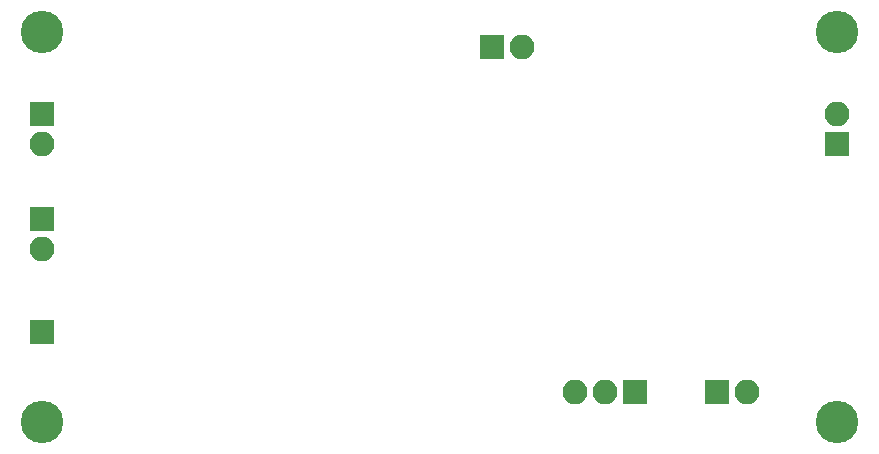
<source format=gbs>
G04 #@! TF.FileFunction,Soldermask,Bot*
%FSLAX46Y46*%
G04 Gerber Fmt 4.6, Leading zero omitted, Abs format (unit mm)*
G04 Created by KiCad (PCBNEW 4.0.5) date 2021 March 06, Saturday 14:32:17*
%MOMM*%
%LPD*%
G01*
G04 APERTURE LIST*
%ADD10C,0.100000*%
%ADD11R,2.100000X2.100000*%
%ADD12O,2.100000X2.100000*%
%ADD13C,3.600000*%
G04 APERTURE END LIST*
D10*
D11*
X74930000Y-83185000D03*
D12*
X74930000Y-85725000D03*
D11*
X113030000Y-77470000D03*
D12*
X115570000Y-77470000D03*
D11*
X74930000Y-92075000D03*
D12*
X74930000Y-94615000D03*
D11*
X132080000Y-106680000D03*
D12*
X134620000Y-106680000D03*
D11*
X142240000Y-85725000D03*
D12*
X142240000Y-83185000D03*
D11*
X125095000Y-106680000D03*
D12*
X122555000Y-106680000D03*
X120015000Y-106680000D03*
D11*
X74930000Y-101600000D03*
D13*
X74930000Y-109220000D03*
X74930000Y-76200000D03*
X142240000Y-109220000D03*
X142240000Y-76200000D03*
M02*

</source>
